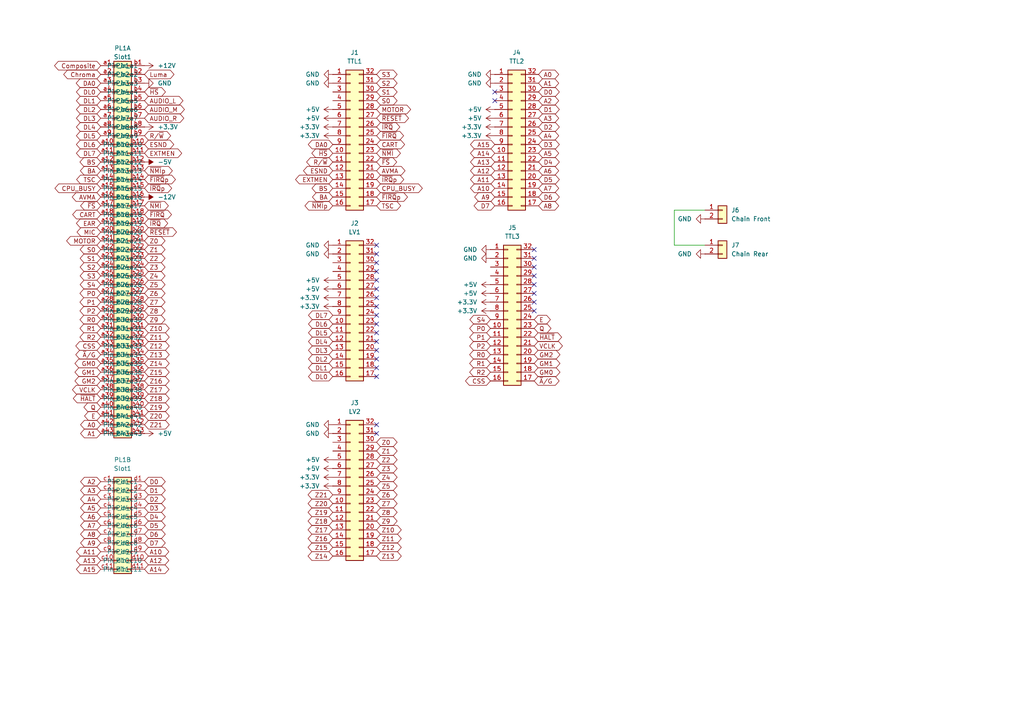
<source format=kicad_sch>
(kicad_sch (version 20250114) (generator "eeschema") (generator_version "9.0")
  (paper "A4")
  (no_connect (at 109.22 99.06))
  (no_connect (at 109.22 106.68))
  (no_connect (at 109.22 78.74))
  (no_connect (at 109.22 109.22))
  (no_connect (at 109.22 93.98))
  (no_connect (at 154.94 87.63))
  (no_connect (at 154.94 82.55))
  (no_connect (at 109.22 76.2))
  (no_connect (at 143.51 29.21))
  (no_connect (at 109.22 88.9))
  (no_connect (at 154.94 80.01))
  (no_connect (at 154.94 77.47))
  (no_connect (at 109.22 83.82))
  (no_connect (at 143.51 26.67))
  (no_connect (at 109.22 73.66))
  (no_connect (at 109.22 104.14))
  (no_connect (at 109.22 81.28))
  (no_connect (at 154.94 72.39))
  (no_connect (at 154.94 85.09))
  (no_connect (at 109.22 125.73))
  (no_connect (at 154.94 74.93))
  (no_connect (at 109.22 86.36))
  (no_connect (at 154.94 90.17))
  (no_connect (at 109.22 123.19))
  (no_connect (at 109.22 71.12))
  (no_connect (at 109.22 96.52))
  (no_connect (at 109.22 91.44))
  (no_connect (at 109.22 101.6))
  (wire (pts (xy 204.47 60.96) (xy 195.58 60.96)))
  (wire (pts (xy 195.58 71.12) (xy 204.47 71.12)))
  (wire (pts (xy 195.58 60.96) (xy 195.58 71.12)))
  (global_label "S4" (shape bidirectional) (at 29.21 82.55 180) (property "Intersheetrefs" "${INTERSHEET_REFS}" (effects (hide yes))))
  (global_label "R1" (shape bidirectional) (at 142.24 105.41 180) (property "Intersheetrefs" "${INTERSHEET_REFS}" (effects (hide yes))))
  (global_label "P2" (shape bidirectional) (at 142.24 100.33 180) (property "Intersheetrefs" "${INTERSHEET_REFS}" (effects (hide yes))))
  (global_label "~{NMI}p" (shape bidirectional) (at 96.52 59.69 180) (property "Intersheetrefs" "${INTERSHEET_REFS}" (effects (hide yes))))
  (global_label "S3" (shape bidirectional) (at 29.21 80.01 180) (property "Intersheetrefs" "${INTERSHEET_REFS}" (effects (hide yes))))
  (global_label "A1" (shape bidirectional) (at 29.21 125.73 180) (property "Intersheetrefs" "${INTERSHEET_REFS}" (effects (hide yes))))
  (global_label "A4" (shape bidirectional) (at 29.21 144.78 180) (property "Intersheetrefs" "${INTERSHEET_REFS}" (effects (hide yes))))
  (global_label "A12" (shape bidirectional) (at 143.51 49.53 180) (property "Intersheetrefs" "${INTERSHEET_REFS}" (effects (hide yes))))
  (global_label "DL3" (shape bidirectional) (at 29.21 34.29 180) (property "Intersheetrefs" "${INTERSHEET_REFS}" (effects (hide yes))))
  (global_label "AUDIO_L" (shape bidirectional) (at 41.91 29.21 0) (property "Intersheetrefs" "${INTERSHEET_REFS}" (effects (hide yes))))
  (global_label "R2" (shape bidirectional) (at 142.24 107.95 180) (property "Intersheetrefs" "${INTERSHEET_REFS}" (effects (hide yes))))
  (global_label "A10" (shape bidirectional) (at 41.91 160.02 0) (property "Intersheetrefs" "${INTERSHEET_REFS}" (effects (hide yes))))
  (global_label "~{FIRQ}p" (shape bidirectional) (at 41.91 52.07 0) (property "Intersheetrefs" "${INTERSHEET_REFS}" (effects (hide yes))))
  (global_label "DL6" (shape bidirectional) (at 29.21 41.91 180) (property "Intersheetrefs" "${INTERSHEET_REFS}" (effects (hide yes))))
  (global_label "BS" (shape bidirectional) (at 96.52 54.61 180) (property "Intersheetrefs" "${INTERSHEET_REFS}" (effects (hide yes))))
  (global_label "CART" (shape bidirectional) (at 29.21 62.23 180) (property "Intersheetrefs" "${INTERSHEET_REFS}" (effects (hide yes))))
  (global_label "R2" (shape bidirectional) (at 29.21 97.79 180) (property "Intersheetrefs" "${INTERSHEET_REFS}" (effects (hide yes))))
  (global_label "A2" (shape bidirectional) (at 156.21 29.21 0) (property "Intersheetrefs" "${INTERSHEET_REFS}" (effects (hide yes))))
  (global_label "~{HS}" (shape bidirectional) (at 96.52 44.45 180) (property "Intersheetrefs" "${INTERSHEET_REFS}" (effects (hide yes))))
  (global_label "D5" (shape bidirectional) (at 41.91 152.4 0) (property "Intersheetrefs" "${INTERSHEET_REFS}" (effects (hide yes))))
  (global_label "A3" (shape bidirectional) (at 156.21 34.29 0) (property "Intersheetrefs" "${INTERSHEET_REFS}" (effects (hide yes))))
  (global_label "~{IRQ}" (shape bidirectional) (at 109.22 36.83 0) (property "Intersheetrefs" "${INTERSHEET_REFS}" (effects (hide yes))))
  (global_label "DL5" (shape bidirectional) (at 96.52 96.52 180) (property "Intersheetrefs" "${INTERSHEET_REFS}" (effects (hide yes))))
  (global_label "Z18" (shape bidirectional) (at 41.91 115.57 0) (property "Intersheetrefs" "${INTERSHEET_REFS}" (effects (hide yes))))
  (global_label "A15" (shape bidirectional) (at 29.21 165.1 180) (property "Intersheetrefs" "${INTERSHEET_REFS}" (effects (hide yes))))
  (global_label "A6" (shape bidirectional) (at 29.21 149.86 180) (property "Intersheetrefs" "${INTERSHEET_REFS}" (effects (hide yes))))
  (global_label "MOTOR" (shape bidirectional) (at 29.21 69.85 180) (property "Intersheetrefs" "${INTERSHEET_REFS}" (effects (hide yes))))
  (global_label "~{HALT}" (shape bidirectional) (at 154.94 97.79 0) (property "Intersheetrefs" "${INTERSHEET_REFS}" (effects (hide yes))))
  (global_label "Chroma" (shape bidirectional) (at 29.21 21.59 180) (property "Intersheetrefs" "${INTERSHEET_REFS}" (effects (hide yes))))
  (global_label "~{NMI}p" (shape bidirectional) (at 41.91 49.53 0) (property "Intersheetrefs" "${INTERSHEET_REFS}" (effects (hide yes))))
  (global_label "CPU_BUSY" (shape bidirectional) (at 109.22 54.61 0) (property "Intersheetrefs" "${INTERSHEET_REFS}" (effects (hide yes))))
  (global_label "DL3" (shape bidirectional) (at 96.52 101.6 180) (property "Intersheetrefs" "${INTERSHEET_REFS}" (effects (hide yes))))
  (global_label "DL2" (shape bidirectional) (at 96.52 104.14 180) (property "Intersheetrefs" "${INTERSHEET_REFS}" (effects (hide yes))))
  (global_label "Z2" (shape bidirectional) (at 41.91 74.93 0) (property "Intersheetrefs" "${INTERSHEET_REFS}" (effects (hide yes))))
  (global_label "P2" (shape bidirectional) (at 29.21 90.17 180) (property "Intersheetrefs" "${INTERSHEET_REFS}" (effects (hide yes))))
  (global_label "P1" (shape bidirectional) (at 142.24 97.79 180) (property "Intersheetrefs" "${INTERSHEET_REFS}" (effects (hide yes))))
  (global_label "S0" (shape bidirectional) (at 29.21 72.39 180) (property "Intersheetrefs" "${INTERSHEET_REFS}" (effects (hide yes))))
  (global_label "Z5" (shape bidirectional) (at 41.91 82.55 0) (property "Intersheetrefs" "${INTERSHEET_REFS}" (effects (hide yes))))
  (global_label "R1" (shape bidirectional) (at 29.21 95.25 180) (property "Intersheetrefs" "${INTERSHEET_REFS}" (effects (hide yes))))
  (global_label "A13" (shape bidirectional) (at 29.21 162.56 180) (property "Intersheetrefs" "${INTERSHEET_REFS}" (effects (hide yes))))
  (global_label "Z8" (shape bidirectional) (at 109.22 148.59 0) (property "Intersheetrefs" "${INTERSHEET_REFS}" (effects (hide yes))))
  (global_label "Z9" (shape bidirectional) (at 109.22 151.13 0) (property "Intersheetrefs" "${INTERSHEET_REFS}" (effects (hide yes))))
  (global_label "A8" (shape bidirectional) (at 29.21 154.94 180) (property "Intersheetrefs" "${INTERSHEET_REFS}" (effects (hide yes))))
  (global_label "AUDIO_M" (shape bidirectional) (at 41.91 31.75 0) (property "Intersheetrefs" "${INTERSHEET_REFS}" (effects (hide yes))))
  (global_label "R{slash}~{W}" (shape bidirectional) (at 41.91 39.37 0) (property "Intersheetrefs" "${INTERSHEET_REFS}" (effects (hide yes))))
  (global_label "Z0" (shape bidirectional) (at 109.22 128.27 0) (property "Intersheetrefs" "${INTERSHEET_REFS}" (effects (hide yes))))
  (global_label "GM0" (shape bidirectional) (at 29.21 105.41 180) (property "Intersheetrefs" "${INTERSHEET_REFS}" (effects (hide yes))))
  (global_label "Z10" (shape bidirectional) (at 41.91 95.25 0) (property "Intersheetrefs" "${INTERSHEET_REFS}" (effects (hide yes))))
  (global_label "A7" (shape bidirectional) (at 29.21 152.4 180) (property "Intersheetrefs" "${INTERSHEET_REFS}" (effects (hide yes))))
  (global_label "~{RESET}" (shape bidirectional) (at 109.22 34.29 0) (property "Intersheetrefs" "${INTERSHEET_REFS}" (effects (hide yes))))
  (global_label "Z14" (shape bidirectional) (at 96.52 161.29 180) (property "Intersheetrefs" "${INTERSHEET_REFS}" (effects (hide yes))))
  (global_label "Z18" (shape bidirectional) (at 96.52 151.13 180) (property "Intersheetrefs" "${INTERSHEET_REFS}" (effects (hide yes))))
  (global_label "D7" (shape bidirectional) (at 143.51 59.69 180) (property "Intersheetrefs" "${INTERSHEET_REFS}" (effects (hide yes))))
  (global_label "A1" (shape bidirectional) (at 156.21 24.13 0) (property "Intersheetrefs" "${INTERSHEET_REFS}" (effects (hide yes))))
  (global_label "Z1" (shape bidirectional) (at 109.22 130.81 0) (property "Intersheetrefs" "${INTERSHEET_REFS}" (effects (hide yes))))
  (global_label "Luma" (shape bidirectional) (at 41.91 21.59 0) (property "Intersheetrefs" "${INTERSHEET_REFS}" (effects (hide yes))))
  (global_label "CSS" (shape bidirectional) (at 29.21 100.33 180) (property "Intersheetrefs" "${INTERSHEET_REFS}" (effects (hide yes))))
  (global_label "BA" (shape bidirectional) (at 96.52 57.15 180) (property "Intersheetrefs" "${INTERSHEET_REFS}" (effects (hide yes))))
  (global_label "Z10" (shape bidirectional) (at 109.22 153.67 0) (property "Intersheetrefs" "${INTERSHEET_REFS}" (effects (hide yes))))
  (global_label "S0" (shape bidirectional) (at 109.22 29.21 0) (property "Intersheetrefs" "${INTERSHEET_REFS}" (effects (hide yes))))
  (global_label "~{HS}" (shape bidirectional) (at 41.91 26.67 0) (property "Intersheetrefs" "${INTERSHEET_REFS}" (effects (hide yes))))
  (global_label "Z4" (shape bidirectional) (at 109.22 138.43 0) (property "Intersheetrefs" "${INTERSHEET_REFS}" (effects (hide yes))))
  (global_label "EXTMEN" (shape bidirectional) (at 41.91 44.45 0) (property "Intersheetrefs" "${INTERSHEET_REFS}" (effects (hide yes))))
  (global_label "GM2" (shape bidirectional) (at 154.94 102.87 0) (property "Intersheetrefs" "${INTERSHEET_REFS}" (effects (hide yes))))
  (global_label "A3" (shape bidirectional) (at 29.21 142.24 180) (property "Intersheetrefs" "${INTERSHEET_REFS}" (effects (hide yes))))
  (global_label "D3" (shape bidirectional) (at 156.21 41.91 0) (property "Intersheetrefs" "${INTERSHEET_REFS}" (effects (hide yes))))
  (global_label "Z2" (shape bidirectional) (at 109.22 133.35 0) (property "Intersheetrefs" "${INTERSHEET_REFS}" (effects (hide yes))))
  (global_label "Z0" (shape bidirectional) (at 41.91 69.85 0) (property "Intersheetrefs" "${INTERSHEET_REFS}" (effects (hide yes))))
  (global_label "A11" (shape bidirectional) (at 143.51 52.07 180) (property "Intersheetrefs" "${INTERSHEET_REFS}" (effects (hide yes))))
  (global_label "A5" (shape bidirectional) (at 29.21 147.32 180) (property "Intersheetrefs" "${INTERSHEET_REFS}" (effects (hide yes))))
  (global_label "GM1" (shape bidirectional) (at 29.21 107.95 180) (property "Intersheetrefs" "${INTERSHEET_REFS}" (effects (hide yes))))
  (global_label "Z4" (shape bidirectional) (at 41.91 80.01 0) (property "Intersheetrefs" "${INTERSHEET_REFS}" (effects (hide yes))))
  (global_label "~{A}{slash}G" (shape bidirectional) (at 154.94 110.49 0) (property "Intersheetrefs" "${INTERSHEET_REFS}" (effects (hide yes))))
  (global_label "Z5" (shape bidirectional) (at 109.22 140.97 0) (property "Intersheetrefs" "${INTERSHEET_REFS}" (effects (hide yes))))
  (global_label "Z19" (shape bidirectional) (at 41.91 118.11 0) (property "Intersheetrefs" "${INTERSHEET_REFS}" (effects (hide yes))))
  (global_label "A6" (shape bidirectional) (at 156.21 49.53 0) (property "Intersheetrefs" "${INTERSHEET_REFS}" (effects (hide yes))))
  (global_label "Z8" (shape bidirectional) (at 41.91 90.17 0) (property "Intersheetrefs" "${INTERSHEET_REFS}" (effects (hide yes))))
  (global_label "S2" (shape bidirectional) (at 109.22 24.13 0) (property "Intersheetrefs" "${INTERSHEET_REFS}" (effects (hide yes))))
  (global_label "Z17" (shape bidirectional) (at 96.52 153.67 180) (property "Intersheetrefs" "${INTERSHEET_REFS}" (effects (hide yes))))
  (global_label "A14" (shape bidirectional) (at 143.51 44.45 180) (property "Intersheetrefs" "${INTERSHEET_REFS}" (effects (hide yes))))
  (global_label "Z6" (shape bidirectional) (at 109.22 143.51 0) (property "Intersheetrefs" "${INTERSHEET_REFS}" (effects (hide yes))))
  (global_label "DA0" (shape bidirectional) (at 29.21 24.13 180) (property "Intersheetrefs" "${INTERSHEET_REFS}" (effects (hide yes))))
  (global_label "A8" (shape bidirectional) (at 156.21 59.69 0) (property "Intersheetrefs" "${INTERSHEET_REFS}" (effects (hide yes))))
  (global_label "Z1" (shape bidirectional) (at 41.91 72.39 0) (property "Intersheetrefs" "${INTERSHEET_REFS}" (effects (hide yes))))
  (global_label "~{FS}" (shape bidirectional) (at 109.22 46.99 0) (property "Intersheetrefs" "${INTERSHEET_REFS}" (effects (hide yes))))
  (global_label "Z21" (shape bidirectional) (at 96.52 143.51 180) (property "Intersheetrefs" "${INTERSHEET_REFS}" (effects (hide yes))))
  (global_label "~{IRQ}p" (shape bidirectional) (at 109.22 52.07 0) (property "Intersheetrefs" "${INTERSHEET_REFS}" (effects (hide yes))))
  (global_label "D1" (shape bidirectional) (at 41.91 142.24 0) (property "Intersheetrefs" "${INTERSHEET_REFS}" (effects (hide yes))))
  (global_label "Z11" (shape bidirectional) (at 41.91 97.79 0) (property "Intersheetrefs" "${INTERSHEET_REFS}" (effects (hide yes))))
  (global_label "Z13" (shape bidirectional) (at 109.22 161.29 0) (property "Intersheetrefs" "${INTERSHEET_REFS}" (effects (hide yes))))
  (global_label "R{slash}~{W}" (shape bidirectional) (at 96.52 46.99 180) (property "Intersheetrefs" "${INTERSHEET_REFS}" (effects (hide yes))))
  (global_label "D0" (shape bidirectional) (at 156.21 26.67 0) (property "Intersheetrefs" "${INTERSHEET_REFS}" (effects (hide yes))))
  (global_label "Z7" (shape bidirectional) (at 41.91 87.63 0) (property "Intersheetrefs" "${INTERSHEET_REFS}" (effects (hide yes))))
  (global_label "A9" (shape bidirectional) (at 143.51 57.15 180) (property "Intersheetrefs" "${INTERSHEET_REFS}" (effects (hide yes))))
  (global_label "~{FIRQ}p" (shape bidirectional) (at 109.22 57.15 0) (property "Intersheetrefs" "${INTERSHEET_REFS}" (effects (hide yes))))
  (global_label "D0" (shape bidirectional) (at 41.91 139.7 0) (property "Intersheetrefs" "${INTERSHEET_REFS}" (effects (hide yes))))
  (global_label "S4" (shape bidirectional) (at 142.24 92.71 180) (property "Intersheetrefs" "${INTERSHEET_REFS}" (effects (hide yes))))
  (global_label "Q" (shape bidirectional) (at 29.21 118.11 180) (property "Intersheetrefs" "${INTERSHEET_REFS}" (effects (hide yes))))
  (global_label "GM1" (shape bidirectional) (at 154.94 105.41 0) (property "Intersheetrefs" "${INTERSHEET_REFS}" (effects (hide yes))))
  (global_label "EXTMEN" (shape bidirectional) (at 96.52 52.07 180) (property "Intersheetrefs" "${INTERSHEET_REFS}" (effects (hide yes))))
  (global_label "DL0" (shape bidirectional) (at 29.21 26.67 180) (property "Intersheetrefs" "${INTERSHEET_REFS}" (effects (hide yes))))
  (global_label "~{A}{slash}G" (shape bidirectional) (at 29.21 102.87 180) (property "Intersheetrefs" "${INTERSHEET_REFS}" (effects (hide yes))))
  (global_label "~{FS}" (shape bidirectional) (at 29.21 59.69 180) (property "Intersheetrefs" "${INTERSHEET_REFS}" (effects (hide yes))))
  (global_label "DL7" (shape bidirectional) (at 29.21 44.45 180) (property "Intersheetrefs" "${INTERSHEET_REFS}" (effects (hide yes))))
  (global_label "R0" (shape bidirectional) (at 142.24 102.87 180) (property "Intersheetrefs" "${INTERSHEET_REFS}" (effects (hide yes))))
  (global_label "Z6" (shape bidirectional) (at 41.91 85.09 0) (property "Intersheetrefs" "${INTERSHEET_REFS}" (effects (hide yes))))
  (global_label "Z17" (shape bidirectional) (at 41.91 113.03 0) (property "Intersheetrefs" "${INTERSHEET_REFS}" (effects (hide yes))))
  (global_label "DA0" (shape bidirectional) (at 96.52 41.91 180) (property "Intersheetrefs" "${INTERSHEET_REFS}" (effects (hide yes))))
  (global_label "E" (shape bidirectional) (at 29.21 120.65 180) (property "Intersheetrefs" "${INTERSHEET_REFS}" (effects (hide yes))))
  (global_label "CPU_BUSY" (shape bidirectional) (at 29.21 54.61 180) (property "Intersheetrefs" "${INTERSHEET_REFS}" (effects (hide yes))))
  (global_label "EAR" (shape bidirectional) (at 29.21 64.77 180) (property "Intersheetrefs" "${INTERSHEET_REFS}" (effects (hide yes))))
  (global_label "Z16" (shape bidirectional) (at 96.52 156.21 180) (property "Intersheetrefs" "${INTERSHEET_REFS}" (effects (hide yes))))
  (global_label "Z16" (shape bidirectional) (at 41.91 110.49 0) (property "Intersheetrefs" "${INTERSHEET_REFS}" (effects (hide yes))))
  (global_label "A10" (shape bidirectional) (at 143.51 54.61 180) (property "Intersheetrefs" "${INTERSHEET_REFS}" (effects (hide yes))))
  (global_label "S2" (shape bidirectional) (at 29.21 77.47 180) (property "Intersheetrefs" "${INTERSHEET_REFS}" (effects (hide yes))))
  (global_label "~{RESET}" (shape bidirectional) (at 41.91 67.31 0) (property "Intersheetrefs" "${INTERSHEET_REFS}" (effects (hide yes))))
  (global_label "DL4" (shape bidirectional) (at 29.21 36.83 180) (property "Intersheetrefs" "${INTERSHEET_REFS}" (effects (hide yes))))
  (global_label "DL5" (shape bidirectional) (at 29.21 39.37 180) (property "Intersheetrefs" "${INTERSHEET_REFS}" (effects (hide yes))))
  (global_label "Z14" (shape bidirectional) (at 41.91 105.41 0) (property "Intersheetrefs" "${INTERSHEET_REFS}" (effects (hide yes))))
  (global_label "~{FIRQ}" (shape bidirectional) (at 109.22 39.37 0) (property "Intersheetrefs" "${INTERSHEET_REFS}" (effects (hide yes))))
  (global_label "Z12" (shape bidirectional) (at 109.22 158.75 0) (property "Intersheetrefs" "${INTERSHEET_REFS}" (effects (hide yes))))
  (global_label "~{NMI}" (shape bidirectional) (at 109.22 44.45 0) (property "Intersheetrefs" "${INTERSHEET_REFS}" (effects (hide yes))))
  (global_label "D6" (shape bidirectional) (at 156.21 57.15 0) (property "Intersheetrefs" "${INTERSHEET_REFS}" (effects (hide yes))))
  (global_label "GM0" (shape bidirectional) (at 154.94 107.95 0) (property "Intersheetrefs" "${INTERSHEET_REFS}" (effects (hide yes))))
  (global_label "P1" (shape bidirectional) (at 29.21 87.63 180) (property "Intersheetrefs" "${INTERSHEET_REFS}" (effects (hide yes))))
  (global_label "DL4" (shape bidirectional) (at 96.52 99.06 180) (property "Intersheetrefs" "${INTERSHEET_REFS}" (effects (hide yes))))
  (global_label "CSS" (shape bidirectional) (at 142.24 110.49 180) (property "Intersheetrefs" "${INTERSHEET_REFS}" (effects (hide yes))))
  (global_label "Z3" (shape bidirectional) (at 109.22 135.89 0) (property "Intersheetrefs" "${INTERSHEET_REFS}" (effects (hide yes))))
  (global_label "Z12" (shape bidirectional) (at 41.91 100.33 0) (property "Intersheetrefs" "${INTERSHEET_REFS}" (effects (hide yes))))
  (global_label "ESND" (shape bidirectional) (at 41.91 41.91 0) (property "Intersheetrefs" "${INTERSHEET_REFS}" (effects (hide yes))))
  (global_label "TSC" (shape bidirectional) (at 109.22 59.69 0) (property "Intersheetrefs" "${INTERSHEET_REFS}" (effects (hide yes))))
  (global_label "Z11" (shape bidirectional) (at 109.22 156.21 0) (property "Intersheetrefs" "${INTERSHEET_REFS}" (effects (hide yes))))
  (global_label "Z7" (shape bidirectional) (at 109.22 146.05 0) (property "Intersheetrefs" "${INTERSHEET_REFS}" (effects (hide yes))))
  (global_label "~{HALT}" (shape bidirectional) (at 29.21 115.57 180) (property "Intersheetrefs" "${INTERSHEET_REFS}" (effects (hide yes))))
  (global_label "A9" (shape bidirectional) (at 29.21 157.48 180) (property "Intersheetrefs" "${INTERSHEET_REFS}" (effects (hide yes))))
  (global_label "AVMA" (shape bidirectional) (at 109.22 49.53 0) (property "Intersheetrefs" "${INTERSHEET_REFS}" (effects (hide yes))))
  (global_label "Composite" (shape bidirectional) (at 29.21 19.05 180) (property "Intersheetrefs" "${INTERSHEET_REFS}" (effects (hide yes))))
  (global_label "Q" (shape bidirectional) (at 154.94 95.25 0) (property "Intersheetrefs" "${INTERSHEET_REFS}" (effects (hide yes))))
  (global_label "Z15" (shape bidirectional) (at 41.91 107.95 0) (property "Intersheetrefs" "${INTERSHEET_REFS}" (effects (hide yes))))
  (global_label "D5" (shape bidirectional) (at 156.21 52.07 0) (property "Intersheetrefs" "${INTERSHEET_REFS}" (effects (hide yes))))
  (global_label "~{IRQ}p" (shape bidirectional) (at 41.91 54.61 0) (property "Intersheetrefs" "${INTERSHEET_REFS}" (effects (hide yes))))
  (global_label "D4" (shape bidirectional) (at 41.91 149.86 0) (property "Intersheetrefs" "${INTERSHEET_REFS}" (effects (hide yes))))
  (global_label "VCLK" (shape bidirectional) (at 29.21 113.03 180) (property "Intersheetrefs" "${INTERSHEET_REFS}" (effects (hide yes))))
  (global_label "A13" (shape bidirectional) (at 143.51 46.99 180) (property "Intersheetrefs" "${INTERSHEET_REFS}" (effects (hide yes))))
  (global_label "Z21" (shape bidirectional) (at 41.91 123.19 0) (property "Intersheetrefs" "${INTERSHEET_REFS}" (effects (hide yes))))
  (global_label "S3" (shape bidirectional) (at 109.22 21.59 0) (property "Intersheetrefs" "${INTERSHEET_REFS}" (effects (hide yes))))
  (global_label "~{IRQ}" (shape bidirectional) (at 41.91 64.77 0) (property "Intersheetrefs" "${INTERSHEET_REFS}" (effects (hide yes))))
  (global_label "P0" (shape bidirectional) (at 142.24 95.25 180) (property "Intersheetrefs" "${INTERSHEET_REFS}" (effects (hide yes))))
  (global_label "CART" (shape bidirectional) (at 109.22 41.91 0) (property "Intersheetrefs" "${INTERSHEET_REFS}" (effects (hide yes))))
  (global_label "Z9" (shape bidirectional) (at 41.91 92.71 0) (property "Intersheetrefs" "${INTERSHEET_REFS}" (effects (hide yes))))
  (global_label "A5" (shape bidirectional) (at 156.21 44.45 0) (property "Intersheetrefs" "${INTERSHEET_REFS}" (effects (hide yes))))
  (global_label "A0" (shape bidirectional) (at 156.21 21.59 0) (property "Intersheetrefs" "${INTERSHEET_REFS}" (effects (hide yes))))
  (global_label "ESND" (shape bidirectional) (at 96.52 49.53 180) (property "Intersheetrefs" "${INTERSHEET_REFS}" (effects (hide yes))))
  (global_label "BA" (shape bidirectional) (at 29.21 49.53 180) (property "Intersheetrefs" "${INTERSHEET_REFS}" (effects (hide yes))))
  (global_label "MIC" (shape bidirectional) (at 29.21 67.31 180) (property "Intersheetrefs" "${INTERSHEET_REFS}" (effects (hide yes))))
  (global_label "Z20" (shape bidirectional) (at 41.91 120.65 0) (property "Intersheetrefs" "${INTERSHEET_REFS}" (effects (hide yes))))
  (global_label "A2" (shape bidirectional) (at 29.21 139.7 180) (property "Intersheetrefs" "${INTERSHEET_REFS}" (effects (hide yes))))
  (global_label "~{FIRQ}" (shape bidirectional) (at 41.91 62.23 0) (property "Intersheetrefs" "${INTERSHEET_REFS}" (effects (hide yes))))
  (global_label "D7" (shape bidirectional) (at 41.91 157.48 0) (property "Intersheetrefs" "${INTERSHEET_REFS}" (effects (hide yes))))
  (global_label "A14" (shape bidirectional) (at 41.91 165.1 0) (property "Intersheetrefs" "${INTERSHEET_REFS}" (effects (hide yes))))
  (global_label "D6" (shape bidirectional) (at 41.91 154.94 0) (property "Intersheetrefs" "${INTERSHEET_REFS}" (effects (hide yes))))
  (global_label "R0" (shape bidirectional) (at 29.21 92.71 180) (property "Intersheetrefs" "${INTERSHEET_REFS}" (effects (hide yes))))
  (global_label "DL2" (shape bidirectional) (at 29.21 31.75 180) (property "Intersheetrefs" "${INTERSHEET_REFS}" (effects (hide yes))))
  (global_label "A15" (shape bidirectional) (at 143.51 41.91 180) (property "Intersheetrefs" "${INTERSHEET_REFS}" (effects (hide yes))))
  (global_label "A12" (shape bidirectional) (at 41.91 162.56 0) (property "Intersheetrefs" "${INTERSHEET_REFS}" (effects (hide yes))))
  (global_label "~{NMI}" (shape bidirectional) (at 41.91 59.69 0) (property "Intersheetrefs" "${INTERSHEET_REFS}" (effects (hide yes))))
  (global_label "DL7" (shape bidirectional) (at 96.52 91.44 180) (property "Intersheetrefs" "${INTERSHEET_REFS}" (effects (hide yes))))
  (global_label "A7" (shape bidirectional) (at 156.21 54.61 0) (property "Intersheetrefs" "${INTERSHEET_REFS}" (effects (hide yes))))
  (global_label "P0" (shape bidirectional) (at 29.21 85.09 180) (property "Intersheetrefs" "${INTERSHEET_REFS}" (effects (hide yes))))
  (global_label "DL1" (shape bidirectional) (at 96.52 106.68 180) (property "Intersheetrefs" "${INTERSHEET_REFS}" (effects (hide yes))))
  (global_label "DL1" (shape bidirectional) (at 29.21 29.21 180) (property "Intersheetrefs" "${INTERSHEET_REFS}" (effects (hide yes))))
  (global_label "DL6" (shape bidirectional) (at 96.52 93.98 180) (property "Intersheetrefs" "${INTERSHEET_REFS}" (effects (hide yes))))
  (global_label "D4" (shape bidirectional) (at 156.21 46.99 0) (property "Intersheetrefs" "${INTERSHEET_REFS}" (effects (hide yes))))
  (global_label "E" (shape bidirectional) (at 154.94 92.71 0) (property "Intersheetrefs" "${INTERSHEET_REFS}" (effects (hide yes))))
  (global_label "S1" (shape bidirectional) (at 29.21 74.93 180) (property "Intersheetrefs" "${INTERSHEET_REFS}" (effects (hide yes))))
  (global_label "S1" (shape bidirectional) (at 109.22 26.67 0) (property "Intersheetrefs" "${INTERSHEET_REFS}" (effects (hide yes))))
  (global_label "TSC" (shape bidirectional) (at 29.21 52.07 180) (property "Intersheetrefs" "${INTERSHEET_REFS}" (effects (hide yes))))
  (global_label "DL0" (shape bidirectional) (at 96.52 109.22 180) (property "Intersheetrefs" "${INTERSHEET_REFS}" (effects (hide yes))))
  (global_label "A0" (shape bidirectional) (at 29.21 123.19 180) (property "Intersheetrefs" "${INTERSHEET_REFS}" (effects (hide yes))))
  (global_label "A4" (shape bidirectional) (at 156.21 39.37 0) (property "Intersheetrefs" "${INTERSHEET_REFS}" (effects (hide yes))))
  (global_label "A11" (shape bidirectional) (at 29.21 160.02 180) (property "Intersheetrefs" "${INTERSHEET_REFS}" (effects (hide yes))))
  (global_label "MOTOR" (shape bidirectional) (at 109.22 31.75 0) (property "Intersheetrefs" "${INTERSHEET_REFS}" (effects (hide yes))))
  (global_label "BS" (shape bidirectional) (at 29.21 46.99 180) (property "Intersheetrefs" "${INTERSHEET_REFS}" (effects (hide yes))))
  (global_label "AVMA" (shape bidirectional) (at 29.21 57.15 180) (property "Intersheetrefs" "${INTERSHEET_REFS}" (effects (hide yes))))
  (global_label "Z13" (shape bidirectional) (at 41.91 102.87 0) (property "Intersheetrefs" "${INTERSHEET_REFS}" (effects (hide yes))))
  (global_label "D1" (shape bidirectional) (at 156.21 31.75 0) (property "Intersheetrefs" "${INTERSHEET_REFS}" (effects (hide yes))))
  (global_label "D2" (shape bidirectional) (at 156.21 36.83 0) (property "Intersheetrefs" "${INTERSHEET_REFS}" (effects (hide yes))))
  (global_label "Z15" (shape bidirectional) (at 96.52 158.75 180) (property "Intersheetrefs" "${INTERSHEET_REFS}" (effects (hide yes))))
  (global_label "VCLK" (shape bidirectional) (at 154.94 100.33 0) (property "Intersheetrefs" "${INTERSHEET_REFS}" (effects (hide yes))))
  (global_label "D2" (shape bidirectional) (at 41.91 144.78 0) (property "Intersheetrefs" "${INTERSHEET_REFS}" (effects (hide yes))))
  (global_label "D3" (shape bidirectional) (at 41.91 147.32 0) (property "Intersheetrefs" "${INTERSHEET_REFS}" (effects (hide yes))))
  (global_label "Z20" (shape bidirectional) (at 96.52 146.05 180) (property "Intersheetrefs" "${INTERSHEET_REFS}" (effects (hide yes))))
  (global_label "Z19" (shape bidirectional) (at 96.52 148.59 180) (property "Intersheetrefs" "${INTERSHEET_REFS}" (effects (hide yes))))
  (global_label "GM2" (shape bidirectional) (at 29.21 110.49 180) (property "Intersheetrefs" "${INTERSHEET_REFS}" (effects (hide yes))))
  (global_label "AUDIO_R" (shape bidirectional) (at 41.91 34.29 0) (property "Intersheetrefs" "${INTERSHEET_REFS}" (effects (hide yes))))
  (global_label "Z3" (shape bidirectional) (at 41.91 77.47 0) (property "Intersheetrefs" "${INTERSHEET_REFS}" (effects (hide yes))))
  (symbol (lib_id "power:+3.3V") (at 96.52 36.83 90) (mirror x) (unit 1)
    (property "Reference" "#PWR06" (effects (hide yes)))
    (property "Value" "+3.3V" (at 92.71 36.8299 90) (effects (justify left)))
    (property "Description" "Power symbol creates a global label with name \"+3.3V\"" (effects (hide yes)))
  )
  (symbol (lib_id "power:GND") (at 143.51 21.59 270) (unit 1)
    (property "Reference" "#PWR015" (effects (hide yes)))
    (property "Value" "GND" (at 139.7 21.5899 90) (effects (justify right)))
    (property "Description" "Power symbol creates a global label with name \"GND\" , ground" (effects (hide yes)))
  )
  (symbol (lib_id "Connector_Generic:Conn_02x16_Counter_Clockwise") (at 101.6 140.97 0) (unit 1)
    (property "Reference" "J3" (at 102.87 116.84 0))
    (property "Value" "LV2" (at 102.87 119.38 0))
    (property "Footprint" "Connector_PinSocket_2.54mm:PinSocket_2x16_P2.54mm_Horizontal" (effects (hide yes)))
    (property "Description" "Generic connector, double row, 02x16, counter clockwise pin numbering scheme (similar to DIP package numbering), script generated (kicad-library-utils/schlib/autogen/connector/)" (effects (hide yes)))
  )
  (symbol (lib_id "power:GND") (at 96.52 24.13 270) (unit 1)
    (property "Reference" "#PWR022" (effects (hide yes)))
    (property "Value" "GND" (at 92.71 24.1299 90) (effects (justify right)))
    (property "Description" "Power symbol creates a global label with name \"GND\" , ground" (effects (hide yes)))
  )
  (symbol (lib_id "power:GND") (at 143.51 24.13 270) (unit 1)
    (property "Reference" "#PWR023" (effects (hide yes)))
    (property "Value" "GND" (at 139.7 24.1299 90) (effects (justify right)))
    (property "Description" "Power symbol creates a global label with name \"GND\" , ground" (effects (hide yes)))
  )
  (symbol (lib_id "power:+5V") (at 143.51 31.75 90) (mirror x) (unit 1)
    (property "Reference" "#PWR034" (effects (hide yes)))
    (property "Value" "+5V" (at 139.7 31.7499 90) (effects (justify left)))
    (property "Description" "Power symbol creates a global label with name \"+5V\"" (effects (hide yes)))
  )
  (symbol (lib_id "Connector_Generic:Conn_02x16_Counter_Clockwise") (at 101.6 39.37 0) (unit 1)
    (property "Reference" "J1" (at 102.87 15.24 0))
    (property "Value" "TTL1" (at 102.87 17.78 0))
    (property "Footprint" "Connector_PinSocket_2.54mm:PinSocket_2x16_P2.54mm_Horizontal" (effects (hide yes)))
    (property "Description" "Generic connector, double row, 02x16, counter clockwise pin numbering scheme (similar to DIP package numbering), script generated (kicad-library-utils/schlib/autogen/connector/)" (effects (hide yes)))
  )
  (symbol (lib_id "power:GND") (at 96.52 125.73 270) (unit 1)
    (property "Reference" "#PWR025" (effects (hide yes)))
    (property "Value" "GND" (at 92.71 125.7299 90) (effects (justify right)))
    (property "Description" "Power symbol creates a global label with name \"GND\" , ground" (effects (hide yes)))
  )
  (symbol (lib_id "power:+5V") (at 41.91 125.73 270) (unit 1)
    (property "Reference" "#PWR031" (effects (hide yes)))
    (property "Value" "+5V" (at 45.72 125.7299 90) (effects (justify left)))
    (property "Description" "Power symbol creates a global label with name \"+5V\"" (effects (hide yes)))
  )
  (symbol (lib_id "power:+3.3V") (at 41.91 36.83 270) (unit 1)
    (property "Reference" "#PWR03" (effects (hide yes)))
    (property "Value" "+3.3V" (at 45.72 36.8299 90) (effects (justify left)))
    (property "Description" "Power symbol creates a global label with name \"+3.3V\"" (effects (hide yes)))
  )
  (symbol (lib_id "power:+3.3V") (at 143.51 39.37 90) (mirror x) (unit 1)
    (property "Reference" "#PWR018" (effects (hide yes)))
    (property "Value" "+3.3V" (at 139.7 39.3699 90) (effects (justify left)))
    (property "Description" "Power symbol creates a global label with name \"+3.3V\"" (effects (hide yes)))
  )
  (symbol (lib_id "Connector_Generic:Conn_01x02") (at 209.55 60.96 0) (unit 1)
    (property "Reference" "J6" (at 212.09 60.9599 0) (effects (justify left)))
    (property "Value" "Chain Front" (at 212.09 63.4999 0) (effects (justify left)))
    (property "Footprint" "Connector_PinSocket_2.54mm:PinSocket_1x02_P2.54mm_Horizontal" (effects (hide yes)))
    (property "Description" "Generic connector, single row, 01x02, script generated (kicad-library-utils/schlib/autogen/connector/)" (effects (hide yes)))
  )
  (symbol (lib_id "power:GND") (at 142.24 74.93 270) (unit 1)
    (property "Reference" "#PWR027" (effects (hide yes)))
    (property "Value" "GND" (at 138.43 74.9299 90) (effects (justify right)))
    (property "Description" "Power symbol creates a global label with name \"GND\" , ground" (effects (hide yes)))
  )
  (symbol (lib_id "power:+3.3V") (at 96.52 39.37 90) (mirror x) (unit 1)
    (property "Reference" "#PWR013" (effects (hide yes)))
    (property "Value" "+3.3V" (at 92.71 39.3699 90) (effects (justify left)))
    (property "Description" "Power symbol creates a global label with name \"+3.3V\"" (effects (hide yes)))
  )
  (symbol (lib_id "power:-12V") (at 41.91 57.15 270) (unit 1)
    (property "Reference" "#PWR04" (effects (hide yes)))
    (property "Value" "-12V" (at 45.72 57.1499 90) (effects (justify left)))
    (property "Description" "Power symbol creates a global label with name \"-12V\"" (effects (hide yes)))
  )
  (symbol (lib_id "power:+3.3V") (at 96.52 138.43 90) (mirror x) (unit 1)
    (property "Reference" "#PWR010" (effects (hide yes)))
    (property "Value" "+3.3V" (at 92.71 138.4299 90) (effects (justify left)))
    (property "Description" "Power symbol creates a global label with name \"+3.3V\"" (effects (hide yes)))
  )
  (symbol (lib_id "power:+5V") (at 96.52 135.89 90) (mirror x) (unit 1)
    (property "Reference" "#PWR043" (effects (hide yes)))
    (property "Value" "+5V" (at 92.71 135.8899 90) (effects (justify left)))
    (property "Description" "Power symbol creates a global label with name \"+5V\"" (effects (hide yes)))
  )
  (symbol (lib_id "Connector_Generic:Conn_02x16_Counter_Clockwise") (at 147.32 90.17 0) (unit 1)
    (property "Reference" "J5" (at 148.59 66.04 0))
    (property "Value" "TTL3" (at 148.59 68.58 0))
    (property "Footprint" "Connector_PinSocket_2.54mm:PinSocket_2x16_P2.54mm_Horizontal" (effects (hide yes)))
    (property "Description" "Generic connector, double row, 02x16, counter clockwise pin numbering scheme (similar to DIP package numbering), script generated (kicad-library-utils/schlib/autogen/connector/)" (effects (hide yes)))
  )
  (symbol (lib_id "power:+5V") (at 96.52 81.28 90) (mirror x) (unit 1)
    (property "Reference" "#PWR036" (effects (hide yes)))
    (property "Value" "+5V" (at 92.71 81.2799 90) (effects (justify left)))
    (property "Description" "Power symbol creates a global label with name \"+5V\"" (effects (hide yes)))
  )
  (symbol (lib_id "Connector_Generic:Conn_02x16_Counter_Clockwise") (at 101.6 88.9 0) (unit 1)
    (property "Reference" "J2" (at 102.87 64.77 0))
    (property "Value" "LV1" (at 102.87 67.31 0))
    (property "Footprint" "Connector_PinSocket_2.54mm:PinSocket_2x16_P2.54mm_Horizontal" (effects (hide yes)))
    (property "Description" "Generic connector, double row, 02x16, counter clockwise pin numbering scheme (similar to DIP package numbering), script generated (kicad-library-utils/schlib/autogen/connector/)" (effects (hide yes)))
  )
  (symbol (lib_id "power:+5V") (at 96.52 34.29 90) (mirror x) (unit 1)
    (property "Reference" "#PWR040" (effects (hide yes)))
    (property "Value" "+5V" (at 92.71 34.2899 90) (effects (justify left)))
    (property "Description" "Power symbol creates a global label with name \"+5V\"" (effects (hide yes)))
  )
  (symbol (lib_id "power:+3.3V") (at 96.52 86.36 90) (mirror x) (unit 1)
    (property "Reference" "#PWR09" (effects (hide yes)))
    (property "Value" "+3.3V" (at 92.71 86.3599 90) (effects (justify left)))
    (property "Description" "Power symbol creates a global label with name \"+3.3V\"" (effects (hide yes)))
  )
  (symbol (lib_id "power:+3.3V") (at 143.51 36.83 90) (mirror x) (unit 1)
    (property "Reference" "#PWR07" (effects (hide yes)))
    (property "Value" "+3.3V" (at 139.7 36.8299 90) (effects (justify left)))
    (property "Description" "Power symbol creates a global label with name \"+3.3V\"" (effects (hide yes)))
  )
  (symbol (lib_name "Card_Edge_1") (lib_id "Library:Card_Edge") (at 35.56 152.4 0) (unit 2)
    (property "Reference" "PL1" (at 35.56 133.35 0))
    (property "Value" "Slot1" (at 35.56 135.89 0))
    (property "Footprint" "Library:Card_Edge" (effects (hide yes)))
  )
  (symbol (lib_id "power:GND") (at 204.47 63.5 270) (unit 1)
    (property "Reference" "#PWR029" (effects (hide yes)))
    (property "Value" "GND" (at 200.66 63.4999 90) (effects (justify right)))
    (property "Description" "Power symbol creates a global label with name \"GND\" , ground" (effects (hide yes)))
  )
  (symbol (lib_id "power:GND") (at 142.24 72.39 270) (unit 1)
    (property "Reference" "#PWR016" (effects (hide yes)))
    (property "Value" "GND" (at 138.43 72.3899 90) (effects (justify right)))
    (property "Description" "Power symbol creates a global label with name \"GND\" , ground" (effects (hide yes)))
  )
  (symbol (lib_id "power:+3.3V") (at 96.52 88.9 90) (mirror x) (unit 1)
    (property "Reference" "#PWR020" (effects (hide yes)))
    (property "Value" "+3.3V" (at 92.71 88.8999 90) (effects (justify left)))
    (property "Description" "Power symbol creates a global label with name \"+3.3V\"" (effects (hide yes)))
  )
  (symbol (lib_id "power:GND") (at 96.52 71.12 270) (unit 1)
    (property "Reference" "#PWR019" (effects (hide yes)))
    (property "Value" "GND" (at 92.71 71.1199 90) (effects (justify right)))
    (property "Description" "Power symbol creates a global label with name \"GND\" , ground" (effects (hide yes)))
  )
  (symbol (lib_id "Connector_Generic:Conn_02x16_Counter_Clockwise") (at 148.59 39.37 0) (unit 1)
    (property "Reference" "J4" (at 149.86 15.24 0))
    (property "Value" "TTL2" (at 149.86 17.78 0))
    (property "Footprint" "Connector_PinSocket_2.54mm:PinSocket_2x16_P2.54mm_Horizontal" (effects (hide yes)))
    (property "Description" "Generic connector, double row, 02x16, counter clockwise pin numbering scheme (similar to DIP package numbering), script generated (kicad-library-utils/schlib/autogen/connector/)" (effects (hide yes)))
  )
  (symbol (lib_id "power:GND") (at 41.91 24.13 90) (mirror x) (unit 1)
    (property "Reference" "#PWR02" (effects (hide yes)))
    (property "Value" "GND" (at 45.72 24.1299 90) (effects (justify right)))
    (property "Description" "Power symbol creates a global label with name \"GND\" , ground" (effects (hide yes)))
  )
  (symbol (lib_id "power:GND") (at 96.52 73.66 270) (unit 1)
    (property "Reference" "#PWR024" (effects (hide yes)))
    (property "Value" "GND" (at 92.71 73.6599 90) (effects (justify right)))
    (property "Description" "Power symbol creates a global label with name \"GND\" , ground" (effects (hide yes)))
  )
  (symbol (lib_id "power:+12V") (at 41.91 19.05 270) (unit 1)
    (property "Reference" "#PWR01" (effects (hide yes)))
    (property "Value" "+12V" (at 45.72 19.0499 90) (effects (justify left)))
    (property "Description" "Power symbol creates a global label with name \"+12V\"" (effects (hide yes)))
  )
  (symbol (lib_id "power:+3.3V") (at 142.24 87.63 90) (mirror x) (unit 1)
    (property "Reference" "#PWR08" (effects (hide yes)))
    (property "Value" "+3.3V" (at 138.43 87.6299 90) (effects (justify left)))
    (property "Description" "Power symbol creates a global label with name \"+3.3V\"" (effects (hide yes)))
  )
  (symbol (lib_id "power:-5V") (at 41.91 46.99 270) (unit 1)
    (property "Reference" "#PWR017" (effects (hide yes)))
    (property "Value" "-5V" (at 45.72 46.9899 90) (effects (justify left)))
    (property "Description" "Power symbol creates a global label with name \"-5V\"" (effects (hide yes)))
  )
  (symbol (lib_id "power:+3.3V") (at 96.52 140.97 90) (mirror x) (unit 1)
    (property "Reference" "#PWR026" (effects (hide yes)))
    (property "Value" "+3.3V" (at 92.71 140.9699 90) (effects (justify left)))
    (property "Description" "Power symbol creates a global label with name \"+3.3V\"" (effects (hide yes)))
  )
  (symbol (lib_id "power:+5V") (at 142.24 82.55 90) (mirror x) (unit 1)
    (property "Reference" "#PWR035" (effects (hide yes)))
    (property "Value" "+5V" (at 138.43 82.5499 90) (effects (justify left)))
    (property "Description" "Power symbol creates a global label with name \"+5V\"" (effects (hide yes)))
  )
  (symbol (lib_id "Library:Card_Edge") (at 35.56 72.39 0) (unit 1)
    (property "Reference" "PL1" (at 35.56 13.97 0))
    (property "Value" "Slot1" (at 35.56 16.51 0))
    (property "Footprint" "Library:Card_Edge" (effects (hide yes)))
  )
  (symbol (lib_id "power:+5V") (at 143.51 34.29 90) (mirror x) (unit 1)
    (property "Reference" "#PWR041" (effects (hide yes)))
    (property "Value" "+5V" (at 139.7 34.2899 90) (effects (justify left)))
    (property "Description" "Power symbol creates a global label with name \"+5V\"" (effects (hide yes)))
  )
  (symbol (lib_id "power:+5V") (at 142.24 85.09 90) (mirror x) (unit 1)
    (property "Reference" "#PWR044" (effects (hide yes)))
    (property "Value" "+5V" (at 138.43 85.0899 90) (effects (justify left)))
    (property "Description" "Power symbol creates a global label with name \"+5V\"" (effects (hide yes)))
  )
  (symbol (lib_id "power:+5V") (at 96.52 31.75 90) (mirror x) (unit 1)
    (property "Reference" "#PWR033" (effects (hide yes)))
    (property "Value" "+5V" (at 92.71 31.7499 90) (effects (justify left)))
    (property "Description" "Power symbol creates a global label with name \"+5V\"" (effects (hide yes)))
  )
  (symbol (lib_id "power:+3.3V") (at 142.24 90.17 90) (mirror x) (unit 1)
    (property "Reference" "#PWR028" (effects (hide yes)))
    (property "Value" "+3.3V" (at 138.43 90.1699 90) (effects (justify left)))
    (property "Description" "Power symbol creates a global label with name \"+3.3V\"" (effects (hide yes)))
  )
  (symbol (lib_id "power:GND") (at 96.52 123.19 270) (unit 1)
    (property "Reference" "#PWR021" (effects (hide yes)))
    (property "Value" "GND" (at 92.71 123.1899 90) (effects (justify right)))
    (property "Description" "Power symbol creates a global label with name \"GND\" , ground" (effects (hide yes)))
  )
  (symbol (lib_id "power:GND") (at 96.52 21.59 270) (unit 1)
    (property "Reference" "#PWR014" (effects (hide yes)))
    (property "Value" "GND" (at 92.71 21.5899 90) (effects (justify right)))
    (property "Description" "Power symbol creates a global label with name \"GND\" , ground" (effects (hide yes)))
  )
  (symbol (lib_id "power:+5V") (at 96.52 133.35 90) (mirror x) (unit 1)
    (property "Reference" "#PWR037" (effects (hide yes)))
    (property "Value" "+5V" (at 92.71 133.3499 90) (effects (justify left)))
    (property "Description" "Power symbol creates a global label with name \"+5V\"" (effects (hide yes)))
  )
  (symbol (lib_id "power:+5V") (at 96.52 83.82 90) (mirror x) (unit 1)
    (property "Reference" "#PWR042" (effects (hide yes)))
    (property "Value" "+5V" (at 92.71 83.8199 90) (effects (justify left)))
    (property "Description" "Power symbol creates a global label with name \"+5V\"" (effects (hide yes)))
  )
  (symbol (lib_id "power:GND") (at 204.47 73.66 270) (unit 1)
    (property "Reference" "#PWR030" (effects (hide yes)))
    (property "Value" "GND" (at 200.66 73.6599 90) (effects (justify right)))
    (property "Description" "Power symbol creates a global label with name \"GND\" , ground" (effects (hide yes)))
  )
  (symbol (lib_id "Connector_Generic:Conn_01x02") (at 209.55 71.12 0) (unit 1)
    (property "Reference" "J7" (at 212.09 71.1199 0) (effects (justify left)))
    (property "Value" "Chain Rear" (at 212.09 73.6599 0) (effects (justify left)))
    (property "Footprint" "Connector_PinSocket_2.54mm:PinSocket_1x02_P2.54mm_Horizontal" (effects (hide yes)))
    (property "Description" "Generic connector, single row, 01x02, script generated (kicad-library-utils/schlib/autogen/connector/)" (effects (hide yes)))
  )
)
</source>
